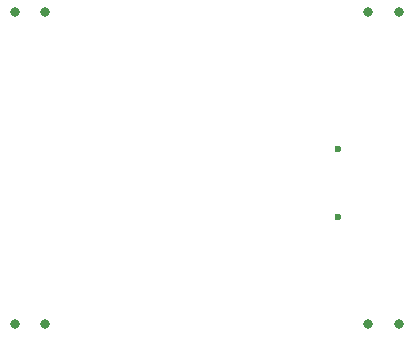
<source format=gbr>
%TF.GenerationSoftware,KiCad,Pcbnew,7.0.2*%
%TF.CreationDate,2023-08-08T21:17:31+02:00*%
%TF.ProjectId,Watchy,57617463-6879-42e6-9b69-6361645f7063,rev?*%
%TF.SameCoordinates,Original*%
%TF.FileFunction,NonPlated,1,2,NPTH,Drill*%
%TF.FilePolarity,Positive*%
%FSLAX46Y46*%
G04 Gerber Fmt 4.6, Leading zero omitted, Abs format (unit mm)*
G04 Created by KiCad (PCBNEW 7.0.2) date 2023-08-08 21:17:31*
%MOMM*%
%LPD*%
G01*
G04 APERTURE LIST*
%TA.AperFunction,ComponentDrill*%
%ADD10C,0.600000*%
%TD*%
%TA.AperFunction,ComponentDrill*%
%ADD11C,0.800000*%
%TD*%
G04 APERTURE END LIST*
D10*
%TO.C,J2*%
X96750000Y-91470000D03*
X96750000Y-97250000D03*
D11*
%TO.C,SW3*%
X69330000Y-79930000D03*
%TO.C,SW4*%
X69330000Y-106330000D03*
%TO.C,SW3*%
X71930000Y-79930000D03*
%TO.C,SW4*%
X71930000Y-106330000D03*
%TO.C,SW2*%
X99270000Y-79930000D03*
%TO.C,SW1*%
X99270000Y-106330000D03*
%TO.C,SW2*%
X101870000Y-79930000D03*
%TO.C,SW1*%
X101870000Y-106330000D03*
M02*

</source>
